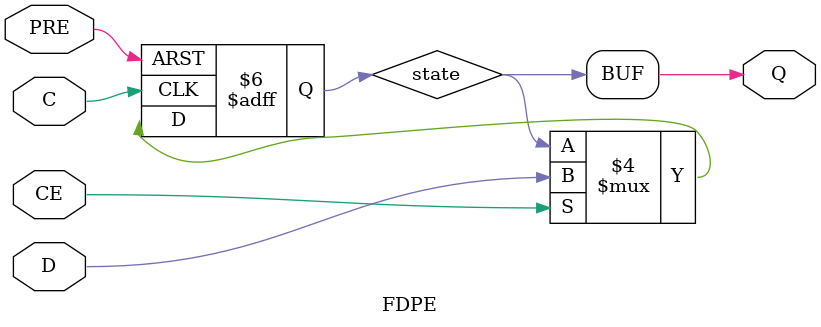
<source format=v>

module FDPE #(
  parameter [0:0] INIT = 1'b1,
  parameter [0:0] IS_C_INVERTED = 1'b0,
  parameter [0:0] IS_D_INVERTED = 1'b0,
  parameter [0:0] IS_PRE_INVERTED = 1'b0
)(
  output Q,

  input C,
  input CE,
  input D,
  input PRE
);

`ifdef FPGA_TARGET
    reg [0:0] IS_C_INVERTED_REG = IS_C_INVERTED;
    reg [0:0] IS_D_INVERTED_REG = IS_D_INVERTED;
    reg [0:0] IS_PRE_INVERTED_REG = IS_PRE_INVERTED;

    tri0 glblGSR = glbl.GSR;


    wire PRE_in;

    assign PRE_in = (PRE ^ IS_PRE_INVERTED_REG) && (PRE !== 1'bz);

// begin behavioral model

  reg Q_out;

  assign #100 Q = Q_out;

    always @(glblGSR or PRE_in)
      if (glblGSR) 
        assign Q_out = INIT;
      else if (PRE_in === 1'b1) 
        assign Q_out = 1'b1;
      else if (PRE_in === 1'bx) 
        assign Q_out = 1'bx;
      else
        deassign Q_out;

generate
if (IS_C_INVERTED == 1'b0) begin : generate_block1
  always @(posedge C or posedge PRE_in)
    if (PRE_in || (PRE === 1'bx && Q_out == 1'b1))
      Q_out <= 1'b1;
    else if (CE || (CE === 1'bz) || ((CE === 1'bx) && (Q_out == (D ^ IS_D_INVERTED_REG))))
      Q_out <= D ^ IS_D_INVERTED_REG;
end else begin : generate_block1
  always @(negedge C or posedge PRE_in)
    if (PRE_in || (PRE === 1'bx && Q_out == 1'b1))
      Q_out <= 1'b1;
    else if (CE || (CE === 1'bz) || ((CE === 1'bx) && (Q_out == (D ^ IS_D_INVERTED_REG))))
      Q_out <= D ^ IS_D_INVERTED_REG;
end
endgenerate

`else
    reg state;
initial begin
    state = INIT;
end

always @(posedge C or posedge PRE) begin
    if (PRE)
        state <= 1'b1;
    else if (CE)
        state <= D;
    else
        state <= state;
end

assign Q = state;

`endif

endmodule

</source>
